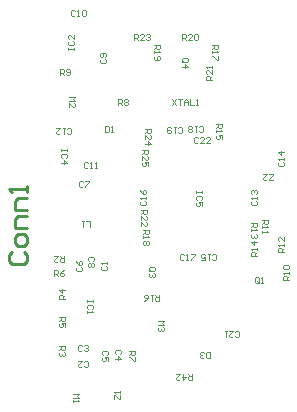
<source format=gbr>
%TF.GenerationSoftware,Altium Limited,Altium Designer,20.2.5 (213)*%
G04 Layer_Color=794757*
%FSLAX25Y25*%
%MOIN*%
%TF.SameCoordinates,C9AA4840-3426-47ED-90B3-6D3E683A03ED*%
%TF.FilePolarity,Positive*%
%TF.FileFunction,Other,Top_Designator*%
%TF.Part,Single*%
G01*
G75*
%TA.AperFunction,NonConductor*%
%ADD80C,0.01000*%
%ADD137C,0.00450*%
D80*
X11815Y59743D02*
X10815Y58743D01*
Y56744D01*
X11815Y55744D01*
X15813D01*
X16813Y56744D01*
Y58743D01*
X15813Y59743D01*
X16813Y62742D02*
Y64741D01*
X15813Y65741D01*
X13814D01*
X12814Y64741D01*
Y62742D01*
X13814Y61742D01*
X15813D01*
X16813Y62742D01*
Y67740D02*
X12814D01*
Y70739D01*
X13814Y71739D01*
X16813D01*
Y73738D02*
X12814D01*
Y76737D01*
X13814Y77737D01*
X16813D01*
Y79736D02*
Y81736D01*
Y80736D01*
X10815D01*
X11815Y79736D01*
D137*
X30559Y127001D02*
Y127667D01*
Y127334D01*
X32558D01*
Y127001D01*
Y127667D01*
X30892Y130000D02*
X30559Y129667D01*
Y129000D01*
X30892Y128667D01*
X32225D01*
X32558Y129000D01*
Y129667D01*
X32225Y130000D01*
X32558Y131999D02*
Y130666D01*
X31225Y131999D01*
X30892D01*
X30559Y131666D01*
Y131000D01*
X30892Y130666D01*
X60628Y36767D02*
X62628D01*
X61961Y36101D01*
X62628Y35434D01*
X60628D01*
X62295Y34768D02*
X62628Y34435D01*
Y33768D01*
X62295Y33435D01*
X61961D01*
X61628Y33768D01*
Y34101D01*
Y33768D01*
X61295Y33435D01*
X60962D01*
X60628Y33768D01*
Y34435D01*
X60962Y34768D01*
X30400Y94065D02*
Y93399D01*
Y93732D01*
X28400D01*
Y94065D01*
Y93399D01*
X30066Y91066D02*
X30400Y91400D01*
Y92066D01*
X30066Y92399D01*
X28734D01*
X28400Y92066D01*
Y91400D01*
X28734Y91066D01*
X28400Y89400D02*
X30400D01*
X29400Y90400D01*
Y89067D01*
X39000Y43566D02*
Y42900D01*
Y43233D01*
X37000D01*
Y43566D01*
Y42900D01*
X38666Y40567D02*
X39000Y40900D01*
Y41567D01*
X38666Y41900D01*
X37334D01*
X37000Y41567D01*
Y40900D01*
X37334Y40567D01*
X37000Y39900D02*
Y39234D01*
Y39567D01*
X39000D01*
X38666Y39900D01*
X77966Y24200D02*
Y26200D01*
X76966D01*
X76633Y25866D01*
Y24533D01*
X76966Y24200D01*
X77966D01*
X75967Y24533D02*
X75634Y24200D01*
X74967D01*
X74634Y24533D01*
Y24867D01*
X74967Y25200D01*
X75300D01*
X74967D01*
X74634Y25533D01*
Y25866D01*
X74967Y26200D01*
X75634D01*
X75967Y25866D01*
X99066Y83600D02*
X97733D01*
Y83934D01*
X99066Y85266D01*
Y85600D01*
X97733D01*
X95734D02*
X97067D01*
X95734Y84267D01*
Y83934D01*
X96067Y83600D01*
X96733D01*
X97067Y83934D01*
X72066Y18913D02*
Y16913D01*
X71066D01*
X70733Y17246D01*
Y17913D01*
X71066Y18246D01*
X72066D01*
X71399D02*
X70733Y18913D01*
X69067D02*
Y16913D01*
X70066Y17913D01*
X68734D01*
X66734Y18913D02*
X68067D01*
X66734Y17580D01*
Y17246D01*
X67067Y16913D01*
X67734D01*
X68067Y17246D01*
X102600Y59601D02*
X100600D01*
Y60601D01*
X100934Y60934D01*
X101600D01*
X101933Y60601D01*
Y59601D01*
Y60267D02*
X102600Y60934D01*
Y61600D02*
Y62267D01*
Y61933D01*
X100600D01*
X100934Y61600D01*
X102600Y64599D02*
Y63266D01*
X101267Y64599D01*
X100934D01*
X100600Y64266D01*
Y63599D01*
X100934Y63266D01*
X75214Y79925D02*
Y79259D01*
Y79592D01*
X73215D01*
Y79925D01*
Y79259D01*
X74881Y76926D02*
X75214Y77259D01*
Y77926D01*
X74881Y78259D01*
X73548D01*
X73215Y77926D01*
Y77259D01*
X73548Y76926D01*
X75214Y74927D02*
Y76260D01*
X74214D01*
X74547Y75593D01*
Y75260D01*
X74214Y74927D01*
X73548D01*
X73215Y75260D01*
Y75926D01*
X73548Y76260D01*
X37833Y68100D02*
Y70100D01*
X36500D01*
X35834D02*
X35167D01*
X35500D01*
Y68100D01*
X35834Y68433D01*
X65168Y110800D02*
X66501Y108800D01*
Y110800D02*
X65168Y108800D01*
X67167Y110800D02*
X68500D01*
X67834D01*
Y108800D01*
X69167D02*
Y110133D01*
X69833Y110800D01*
X70500Y110133D01*
Y108800D01*
Y109800D01*
X69167D01*
X71166Y110800D02*
Y108800D01*
X72499D01*
X73166D02*
X73832D01*
X73499D01*
Y110800D01*
X73166Y110467D01*
X35503Y83109D02*
X35170Y83443D01*
X34503D01*
X34170Y83109D01*
Y81777D01*
X34503Y81443D01*
X35170D01*
X35503Y81777D01*
X36169Y83443D02*
X37502D01*
Y83109D01*
X36169Y81777D01*
Y81443D01*
X86300Y31534D02*
X86633Y31200D01*
X87299D01*
X87633Y31534D01*
Y32866D01*
X87299Y33200D01*
X86633D01*
X86300Y32866D01*
X84300Y33200D02*
X85633D01*
X84300Y31867D01*
Y31534D01*
X84633Y31200D01*
X85300D01*
X85633Y31534D01*
X83634Y33200D02*
X82967D01*
X83301D01*
Y31200D01*
X83634Y31534D01*
X42033Y55100D02*
X41700Y54767D01*
Y54100D01*
X42033Y53767D01*
X43366D01*
X43700Y54100D01*
Y54767D01*
X43366Y55100D01*
X43700Y55766D02*
Y56433D01*
Y56100D01*
X41700D01*
X42033Y55766D01*
X43466Y25433D02*
X43800Y25766D01*
Y26433D01*
X43466Y26766D01*
X42134D01*
X41800Y26433D01*
Y25766D01*
X42134Y25433D01*
X43800Y23434D02*
Y24767D01*
X42800D01*
X43133Y24100D01*
Y23767D01*
X42800Y23434D01*
X42134D01*
X41800Y23767D01*
Y24433D01*
X42134Y24767D01*
X36033Y21734D02*
X36366Y21400D01*
X37033D01*
X37366Y21734D01*
Y23066D01*
X37033Y23400D01*
X36366D01*
X36033Y23066D01*
X34034Y23400D02*
X35367D01*
X34034Y22067D01*
Y21734D01*
X34367Y21400D01*
X35034D01*
X35367Y21734D01*
X32834Y139866D02*
X32500Y140200D01*
X31834D01*
X31501Y139866D01*
Y138534D01*
X31834Y138200D01*
X32500D01*
X32834Y138534D01*
X33500Y138200D02*
X34167D01*
X33833D01*
Y140200D01*
X33500Y139866D01*
X35166D02*
X35500Y140200D01*
X36166D01*
X36499Y139866D01*
Y138534D01*
X36166Y138200D01*
X35500D01*
X35166Y138534D01*
Y139866D01*
X27500Y28466D02*
X29500D01*
Y27466D01*
X29166Y27133D01*
X28500D01*
X28167Y27466D01*
Y28466D01*
Y27800D02*
X27500Y27133D01*
X29166Y26467D02*
X29500Y26133D01*
Y25467D01*
X29166Y25134D01*
X28833D01*
X28500Y25467D01*
Y25800D01*
Y25467D01*
X28167Y25134D01*
X27834D01*
X27500Y25467D01*
Y26133D01*
X27834Y26467D01*
X29500Y44134D02*
X27500D01*
Y45134D01*
X27834Y45467D01*
X28500D01*
X28833Y45134D01*
Y44134D01*
Y44800D02*
X29500Y45467D01*
Y47133D02*
X27500D01*
X28500Y46133D01*
Y47466D01*
X27500Y37966D02*
X29500D01*
Y36966D01*
X29166Y36633D01*
X28500D01*
X28167Y36966D01*
Y37966D01*
Y37300D02*
X27500Y36633D01*
X29500Y34634D02*
Y35967D01*
X28500D01*
X28833Y35300D01*
Y34967D01*
X28500Y34634D01*
X27834D01*
X27500Y34967D01*
Y35634D01*
X27834Y35967D01*
X26068Y51700D02*
Y53700D01*
X27068D01*
X27401Y53367D01*
Y52700D01*
X27068Y52367D01*
X26068D01*
X26735D02*
X27401Y51700D01*
X29401Y53700D02*
X28734Y53367D01*
X28068Y52700D01*
Y52034D01*
X28401Y51700D01*
X29068D01*
X29401Y52034D01*
Y52367D01*
X29068Y52700D01*
X28068D01*
X28034Y118600D02*
Y120600D01*
X29034D01*
X29367Y120266D01*
Y119600D01*
X29034Y119267D01*
X28034D01*
X28700D02*
X29367Y118600D01*
X30033Y118934D02*
X30367Y118600D01*
X31033D01*
X31366Y118934D01*
Y120266D01*
X31033Y120600D01*
X30367D01*
X30033Y120266D01*
Y119933D01*
X30367Y119600D01*
X31366D01*
X41633Y123867D02*
X41300Y123534D01*
Y122867D01*
X41633Y122534D01*
X42966D01*
X43300Y122867D01*
Y123534D01*
X42966Y123867D01*
Y124533D02*
X43300Y124866D01*
Y125533D01*
X42966Y125866D01*
X41633D01*
X41300Y125533D01*
Y124866D01*
X41633Y124533D01*
X41967D01*
X42300Y124866D01*
Y125866D01*
X30227Y99433D02*
X30560Y99100D01*
X31227D01*
X31560Y99433D01*
Y100766D01*
X31227Y101100D01*
X30560D01*
X30227Y100766D01*
X29561Y101100D02*
X28894D01*
X29227D01*
Y99100D01*
X29561Y99433D01*
X26561Y101100D02*
X27894D01*
X26561Y99767D01*
Y99433D01*
X26895Y99100D01*
X27561D01*
X27894Y99433D01*
X37167Y89367D02*
X36834Y89700D01*
X36167D01*
X35834Y89367D01*
Y88034D01*
X36167Y87700D01*
X36834D01*
X37167Y88034D01*
X37833Y87700D02*
X38500D01*
X38167D01*
Y89700D01*
X37833Y89367D01*
X39500Y87700D02*
X40166D01*
X39833D01*
Y89700D01*
X39500Y89367D01*
X42986Y101623D02*
Y99623D01*
X43986D01*
X44319Y99957D01*
Y101289D01*
X43986Y101623D01*
X42986D01*
X44986Y99623D02*
X45652D01*
X45319D01*
Y101623D01*
X44986Y101289D01*
X47287Y108595D02*
Y110594D01*
X48286D01*
X48619Y110261D01*
Y109595D01*
X48286Y109261D01*
X47287D01*
X47953D02*
X48619Y108595D01*
X49286Y110261D02*
X49619Y110594D01*
X50286D01*
X50619Y110261D01*
Y109928D01*
X50286Y109595D01*
X50619Y109261D01*
Y108928D01*
X50286Y108595D01*
X49619D01*
X49286Y108928D01*
Y109261D01*
X49619Y109595D01*
X49286Y109928D01*
Y110261D01*
X49619Y109595D02*
X50286D01*
X38967Y56633D02*
X39300Y56966D01*
Y57633D01*
X38967Y57966D01*
X37634D01*
X37300Y57633D01*
Y56966D01*
X37634Y56633D01*
X38967Y55967D02*
X39300Y55633D01*
Y54967D01*
X38967Y54634D01*
X38633D01*
X38300Y54967D01*
X37967Y54634D01*
X37634D01*
X37300Y54967D01*
Y55633D01*
X37634Y55967D01*
X37967D01*
X38300Y55633D01*
X38633Y55967D01*
X38967D01*
X38300Y55633D02*
Y54967D01*
X29401Y58400D02*
Y56400D01*
X28401D01*
X28068Y56734D01*
Y57400D01*
X28401Y57733D01*
X29401D01*
X28734D02*
X28068Y58400D01*
X26068D02*
X27401D01*
X26068Y57067D01*
Y56734D01*
X26402Y56400D01*
X27068D01*
X27401Y56734D01*
X33533Y54667D02*
X33200Y54334D01*
Y53667D01*
X33533Y53334D01*
X34866D01*
X35200Y53667D01*
Y54334D01*
X34866Y54667D01*
X33200Y56666D02*
X33533Y56000D01*
X34200Y55333D01*
X34866D01*
X35200Y55667D01*
Y56333D01*
X34866Y56666D01*
X34533D01*
X34200Y56333D01*
Y55333D01*
X35367Y28267D02*
X35034Y28600D01*
X34367D01*
X34034Y28267D01*
Y26934D01*
X34367Y26600D01*
X35034D01*
X35367Y26934D01*
X36033Y28267D02*
X36367Y28600D01*
X37033D01*
X37366Y28267D01*
Y27933D01*
X37033Y27600D01*
X36700D01*
X37033D01*
X37366Y27267D01*
Y26934D01*
X37033Y26600D01*
X36367D01*
X36033Y26934D01*
X48033Y25633D02*
X48367Y25966D01*
Y26633D01*
X48033Y26966D01*
X46701D01*
X46367Y26633D01*
Y25966D01*
X46701Y25633D01*
X46367Y23967D02*
X48367D01*
X47367Y24967D01*
Y23634D01*
X67157Y99621D02*
X67490Y99287D01*
X68156D01*
X68489Y99621D01*
Y100953D01*
X68156Y101287D01*
X67490D01*
X67157Y100953D01*
X66490Y101287D02*
X65824D01*
X66157D01*
Y99287D01*
X66490Y99621D01*
X64824Y100953D02*
X64491Y101287D01*
X63824D01*
X63491Y100953D01*
Y99621D01*
X63824Y99287D01*
X64491D01*
X64824Y99621D01*
Y99954D01*
X64491Y100287D01*
X63491D01*
X74257Y100092D02*
X74590Y99758D01*
X75257D01*
X75590Y100092D01*
Y101425D01*
X75257Y101758D01*
X74590D01*
X74257Y101425D01*
X73590Y101758D02*
X72924D01*
X73257D01*
Y99758D01*
X73590Y100092D01*
X71924D02*
X71591Y99758D01*
X70925D01*
X70591Y100092D01*
Y100425D01*
X70925Y100758D01*
X70591Y101091D01*
Y101425D01*
X70925Y101758D01*
X71591D01*
X71924Y101425D01*
Y101091D01*
X71591Y100758D01*
X71924Y100425D01*
Y100092D01*
X71591Y100758D02*
X70925D01*
X74067Y97566D02*
X73734Y97900D01*
X73067D01*
X72734Y97566D01*
Y96234D01*
X73067Y95900D01*
X73734D01*
X74067Y96234D01*
X76066Y95900D02*
X74734D01*
X76066Y97233D01*
Y97566D01*
X75733Y97900D01*
X75067D01*
X74734Y97566D01*
X78066Y95900D02*
X76733D01*
X78066Y97233D01*
Y97566D01*
X77733Y97900D01*
X77066D01*
X76733Y97566D01*
X95400Y70266D02*
X97400D01*
Y69266D01*
X97066Y68933D01*
X96400D01*
X96067Y69266D01*
Y70266D01*
Y69599D02*
X95400Y68933D01*
Y68267D02*
Y67600D01*
Y67933D01*
X97400D01*
X97066Y68267D01*
X95400Y66601D02*
Y65934D01*
Y66267D01*
X97400D01*
X97066Y66601D01*
X91934Y76634D02*
X91600Y76301D01*
Y75634D01*
X91934Y75301D01*
X93266D01*
X93600Y75634D01*
Y76301D01*
X93266Y76634D01*
X93600Y77300D02*
Y77967D01*
Y77633D01*
X91600D01*
X91934Y77300D01*
Y78966D02*
X91600Y79299D01*
Y79966D01*
X91934Y80299D01*
X92267D01*
X92600Y79966D01*
Y79633D01*
Y79966D01*
X92933Y80299D01*
X93266D01*
X93600Y79966D01*
Y79299D01*
X93266Y78966D01*
X78768Y57180D02*
X79101Y56847D01*
X79768D01*
X80101Y57180D01*
Y58513D01*
X79768Y58846D01*
X79101D01*
X78768Y58513D01*
X78101Y58846D02*
X77435D01*
X77768D01*
Y56847D01*
X78101Y57180D01*
X75103Y56847D02*
X76435D01*
Y57847D01*
X75769Y57513D01*
X75436D01*
X75103Y57847D01*
Y58513D01*
X75436Y58846D01*
X76102D01*
X76435Y58513D01*
X54834Y76634D02*
X54500Y76301D01*
Y75634D01*
X54834Y75301D01*
X56166D01*
X56500Y75634D01*
Y76301D01*
X56166Y76634D01*
X56500Y77300D02*
Y77967D01*
Y77633D01*
X54500D01*
X54834Y77300D01*
X54500Y80299D02*
X54834Y79633D01*
X55500Y78966D01*
X56166D01*
X56500Y79299D01*
Y79966D01*
X56166Y80299D01*
X55833D01*
X55500Y79966D01*
Y78966D01*
X69403Y58572D02*
X69070Y58905D01*
X68404D01*
X68070Y58572D01*
Y57239D01*
X68404Y56906D01*
X69070D01*
X69403Y57239D01*
X70070Y56906D02*
X70736D01*
X70403D01*
Y58905D01*
X70070Y58572D01*
X71736Y58905D02*
X73069D01*
Y58572D01*
X71736Y57239D01*
Y56906D01*
X50800Y26766D02*
X52800D01*
Y25766D01*
X52466Y25433D01*
X51800D01*
X51467Y25766D01*
Y26766D01*
Y26100D02*
X50800Y25433D01*
X52800Y24767D02*
Y23434D01*
X52466D01*
X51134Y24767D01*
X50800D01*
X101033Y89734D02*
X100700Y89401D01*
Y88734D01*
X101033Y88401D01*
X102366D01*
X102700Y88734D01*
Y89401D01*
X102366Y89734D01*
X102700Y90400D02*
Y91067D01*
Y90733D01*
X100700D01*
X101033Y90400D01*
X102700Y93066D02*
X100700D01*
X101700Y92066D01*
Y93399D01*
X80000Y102299D02*
X82000D01*
Y101300D01*
X81666Y100966D01*
X81000D01*
X80667Y101300D01*
Y102299D01*
Y101633D02*
X80000Y100966D01*
Y100300D02*
Y99633D01*
Y99967D01*
X82000D01*
X81666Y100300D01*
X82000Y97301D02*
Y98634D01*
X81000D01*
X81333Y97967D01*
Y97634D01*
X81000Y97301D01*
X80334D01*
X80000Y97634D01*
Y98300D01*
X80334Y98634D01*
X94400Y49634D02*
Y50967D01*
X94067Y51300D01*
X93400D01*
X93067Y50967D01*
Y49634D01*
X93400Y49300D01*
X94067D01*
X93734Y49967D02*
X94400Y49300D01*
X94067D02*
X94400Y49634D01*
X95066Y49300D02*
X95733D01*
X95400D01*
Y51300D01*
X95066Y50967D01*
X78761Y128611D02*
X80760D01*
Y127611D01*
X80427Y127278D01*
X79760D01*
X79427Y127611D01*
Y128611D01*
Y127944D02*
X78761Y127278D01*
Y126611D02*
Y125945D01*
Y126278D01*
X80760D01*
X80427Y126611D01*
X80760Y124945D02*
Y123612D01*
X80427D01*
X79094Y124945D01*
X78761D01*
X59400Y128599D02*
X61400D01*
Y127600D01*
X61067Y127266D01*
X60400D01*
X60067Y127600D01*
Y128599D01*
Y127933D02*
X59400Y127266D01*
Y126600D02*
Y125933D01*
Y126267D01*
X61400D01*
X61067Y126600D01*
X59734Y124934D02*
X59400Y124601D01*
Y123934D01*
X59734Y123601D01*
X61067D01*
X61400Y123934D01*
Y124601D01*
X61067Y124934D01*
X60733D01*
X60400Y124601D01*
Y123601D01*
X52734Y130200D02*
Y132200D01*
X53734D01*
X54067Y131867D01*
Y131200D01*
X53734Y130867D01*
X52734D01*
X53401D02*
X54067Y130200D01*
X56066D02*
X54734D01*
X56066Y131533D01*
Y131867D01*
X55733Y132200D01*
X55067D01*
X54734Y131867D01*
X56733D02*
X57066Y132200D01*
X57733D01*
X58066Y131867D01*
Y131533D01*
X57733Y131200D01*
X57399D01*
X57733D01*
X58066Y130867D01*
Y130534D01*
X57733Y130200D01*
X57066D01*
X56733Y130534D01*
X56190Y100829D02*
X58189D01*
Y99830D01*
X57856Y99497D01*
X57190D01*
X56857Y99830D01*
Y100829D01*
Y100163D02*
X56190Y99497D01*
Y97497D02*
Y98830D01*
X57523Y97497D01*
X57856D01*
X58189Y97830D01*
Y98497D01*
X57856Y98830D01*
X56190Y95831D02*
X58189D01*
X57190Y96831D01*
Y95498D01*
X55200Y93766D02*
X57200D01*
Y92766D01*
X56867Y92433D01*
X56200D01*
X55867Y92766D01*
Y93766D01*
Y93099D02*
X55200Y92433D01*
Y90434D02*
Y91766D01*
X56533Y90434D01*
X56867D01*
X57200Y90767D01*
Y91433D01*
X56867Y91766D01*
X57200Y88434D02*
Y89767D01*
X56200D01*
X56533Y89101D01*
Y88767D01*
X56200Y88434D01*
X55534D01*
X55200Y88767D01*
Y89434D01*
X55534Y89767D01*
X91500Y69474D02*
X93500D01*
Y68474D01*
X93167Y68141D01*
X92500D01*
X92167Y68474D01*
Y69474D01*
Y68808D02*
X91500Y68141D01*
Y67475D02*
Y66808D01*
Y67141D01*
X93500D01*
X93167Y67475D01*
Y65808D02*
X93500Y65475D01*
Y64809D01*
X93167Y64476D01*
X92833D01*
X92500Y64809D01*
Y65142D01*
Y64809D01*
X92167Y64476D01*
X91834D01*
X91500Y64809D01*
Y65475D01*
X91834Y65808D01*
X68882Y123044D02*
X70215D01*
X70548Y123377D01*
Y124044D01*
X70215Y124377D01*
X68882D01*
X68549Y124044D01*
Y123377D01*
X69215Y123711D02*
X68549Y123044D01*
Y123377D02*
X68882Y123044D01*
X68549Y121378D02*
X70548D01*
X69548Y122378D01*
Y121045D01*
X68734Y130200D02*
Y132200D01*
X69734D01*
X70067Y131867D01*
Y131200D01*
X69734Y130867D01*
X68734D01*
X69401D02*
X70067Y130200D01*
X72066D02*
X70734D01*
X72066Y131533D01*
Y131867D01*
X71733Y132200D01*
X71067D01*
X70734Y131867D01*
X72733D02*
X73066Y132200D01*
X73733D01*
X74066Y131867D01*
Y130534D01*
X73733Y130200D01*
X73066D01*
X72733Y130534D01*
Y131867D01*
X78748Y117119D02*
X76749D01*
Y118119D01*
X77082Y118452D01*
X77749D01*
X78082Y118119D01*
Y117119D01*
Y117786D02*
X78748Y118452D01*
Y120452D02*
Y119119D01*
X77415Y120452D01*
X77082D01*
X76749Y120118D01*
Y119452D01*
X77082Y119119D01*
X78748Y121118D02*
Y121784D01*
Y121451D01*
X76749D01*
X77082Y121118D01*
X104300Y50201D02*
X102300D01*
Y51200D01*
X102634Y51534D01*
X103300D01*
X103633Y51200D01*
Y50201D01*
Y50867D02*
X104300Y51534D01*
Y52200D02*
Y52867D01*
Y52533D01*
X102300D01*
X102634Y52200D01*
Y53866D02*
X102300Y54199D01*
Y54866D01*
X102634Y55199D01*
X103966D01*
X104300Y54866D01*
Y54199D01*
X103966Y53866D01*
X102634D01*
X93500Y58301D02*
X91500D01*
Y59301D01*
X91834Y59634D01*
X92500D01*
X92833Y59301D01*
Y58301D01*
Y58967D02*
X93500Y59634D01*
Y60300D02*
Y60967D01*
Y60633D01*
X91500D01*
X91834Y60300D01*
X93500Y62966D02*
X91500D01*
X92500Y61966D01*
Y63299D01*
X58034Y53333D02*
X59367D01*
X59700Y53666D01*
Y54333D01*
X59367Y54666D01*
X58034D01*
X57700Y54333D01*
Y53666D01*
X58367Y54000D02*
X57700Y53333D01*
Y53666D02*
X58034Y53333D01*
X59367Y52667D02*
X59700Y52333D01*
Y51667D01*
X59367Y51334D01*
X59033D01*
X58700Y51667D01*
Y52000D01*
Y51667D01*
X58367Y51334D01*
X58034D01*
X57700Y51667D01*
Y52333D01*
X58034Y52667D01*
X60899Y45500D02*
Y43500D01*
X59899D01*
X59566Y43834D01*
Y44500D01*
X59899Y44833D01*
X60899D01*
X60233D02*
X59566Y45500D01*
X58900D02*
X58233D01*
X58567D01*
Y43500D01*
X58900Y43834D01*
X55901Y43500D02*
X56567Y43834D01*
X57234Y44500D01*
Y45166D01*
X56901Y45500D01*
X56234D01*
X55901Y45166D01*
Y44833D01*
X56234Y44500D01*
X57234D01*
X55500Y67099D02*
X57500D01*
Y66100D01*
X57166Y65766D01*
X56500D01*
X56167Y66100D01*
Y67099D01*
Y66433D02*
X55500Y65766D01*
Y65100D02*
Y64433D01*
Y64767D01*
X57500D01*
X57166Y65100D01*
Y63434D02*
X57500Y63100D01*
Y62434D01*
X57166Y62101D01*
X56833D01*
X56500Y62434D01*
X56167Y62101D01*
X55834D01*
X55500Y62434D01*
Y63100D01*
X55834Y63434D01*
X56167D01*
X56500Y63100D01*
X56833Y63434D01*
X57166D01*
X56500Y63100D02*
Y62434D01*
X54800Y73783D02*
X56800D01*
Y72783D01*
X56467Y72450D01*
X55800D01*
X55467Y72783D01*
Y73783D01*
Y73117D02*
X54800Y72450D01*
Y70451D02*
Y71784D01*
X56133Y70451D01*
X56467D01*
X56800Y70784D01*
Y71451D01*
X56467Y71784D01*
X54800Y68451D02*
Y69784D01*
X56133Y68451D01*
X56467D01*
X56800Y68785D01*
Y69451D01*
X56467Y69784D01*
X32270Y12504D02*
X34269D01*
X33603Y11838D01*
X34269Y11171D01*
X32270D01*
Y10505D02*
Y9838D01*
Y10171D01*
X34269D01*
X33936Y10505D01*
X46100Y10767D02*
Y12100D01*
X46433D01*
X47766Y10767D01*
X48100D01*
Y12100D01*
Y12766D02*
Y13433D01*
Y13100D01*
X46100D01*
X46433Y12766D01*
X31005Y111366D02*
X33004D01*
X32338Y110700D01*
X33004Y110033D01*
X31005D01*
Y108034D02*
Y109367D01*
X32338Y108034D01*
X32671D01*
X33004Y108367D01*
Y109034D01*
X32671Y109367D01*
%TF.MD5,932e1de9aec24d5925a67fbbb61e0fce*%
M02*

</source>
